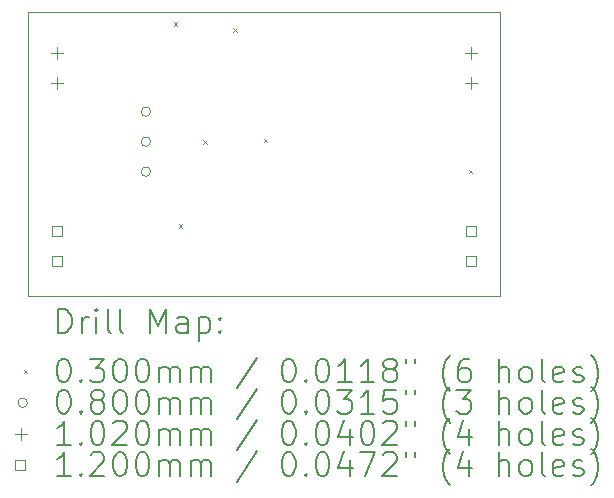
<source format=gbr>
%TF.GenerationSoftware,KiCad,Pcbnew,8.0.7*%
%TF.CreationDate,2025-01-12T01:40:59+08:00*%
%TF.ProjectId,power,706f7765-722e-46b6-9963-61645f706362,rev?*%
%TF.SameCoordinates,Original*%
%TF.FileFunction,Drillmap*%
%TF.FilePolarity,Positive*%
%FSLAX45Y45*%
G04 Gerber Fmt 4.5, Leading zero omitted, Abs format (unit mm)*
G04 Created by KiCad (PCBNEW 8.0.7) date 2025-01-12 01:40:59*
%MOMM*%
%LPD*%
G01*
G04 APERTURE LIST*
%ADD10C,0.050000*%
%ADD11C,0.200000*%
%ADD12C,0.100000*%
%ADD13C,0.102000*%
%ADD14C,0.120000*%
G04 APERTURE END LIST*
D10*
X15000000Y-6150000D02*
X19000000Y-6150000D01*
X19000000Y-8550000D01*
X15000000Y-8550000D01*
X15000000Y-6150000D01*
D11*
D12*
X16235000Y-6235000D02*
X16265000Y-6265000D01*
X16265000Y-6235000D02*
X16235000Y-6265000D01*
X16277426Y-7942574D02*
X16307426Y-7972574D01*
X16307426Y-7942574D02*
X16277426Y-7972574D01*
X16485000Y-7235000D02*
X16515000Y-7265000D01*
X16515000Y-7235000D02*
X16485000Y-7265000D01*
X16738000Y-6285000D02*
X16768000Y-6315000D01*
X16768000Y-6285000D02*
X16738000Y-6315000D01*
X16998750Y-7221250D02*
X17028750Y-7251250D01*
X17028750Y-7221250D02*
X16998750Y-7251250D01*
X18735000Y-7485000D02*
X18765000Y-7515000D01*
X18765000Y-7485000D02*
X18735000Y-7515000D01*
X16040000Y-6992000D02*
G75*
G02*
X15960000Y-6992000I-40000J0D01*
G01*
X15960000Y-6992000D02*
G75*
G02*
X16040000Y-6992000I40000J0D01*
G01*
X16040000Y-7246000D02*
G75*
G02*
X15960000Y-7246000I-40000J0D01*
G01*
X15960000Y-7246000D02*
G75*
G02*
X16040000Y-7246000I40000J0D01*
G01*
X16040000Y-7500000D02*
G75*
G02*
X15960000Y-7500000I-40000J0D01*
G01*
X15960000Y-7500000D02*
G75*
G02*
X16040000Y-7500000I40000J0D01*
G01*
D13*
X15250000Y-6445000D02*
X15250000Y-6547000D01*
X15199000Y-6496000D02*
X15301000Y-6496000D01*
X15250000Y-6699000D02*
X15250000Y-6801000D01*
X15199000Y-6750000D02*
X15301000Y-6750000D01*
X18750000Y-6445000D02*
X18750000Y-6547000D01*
X18699000Y-6496000D02*
X18801000Y-6496000D01*
X18750000Y-6699000D02*
X18750000Y-6801000D01*
X18699000Y-6750000D02*
X18801000Y-6750000D01*
D14*
X15292427Y-8042427D02*
X15292427Y-7957573D01*
X15207573Y-7957573D01*
X15207573Y-8042427D01*
X15292427Y-8042427D01*
X15292427Y-8296427D02*
X15292427Y-8211573D01*
X15207573Y-8211573D01*
X15207573Y-8296427D01*
X15292427Y-8296427D01*
X18792427Y-8042427D02*
X18792427Y-7957573D01*
X18707573Y-7957573D01*
X18707573Y-8042427D01*
X18792427Y-8042427D01*
X18792427Y-8296427D02*
X18792427Y-8211573D01*
X18707573Y-8211573D01*
X18707573Y-8296427D01*
X18792427Y-8296427D01*
D11*
X15258277Y-8863984D02*
X15258277Y-8663984D01*
X15258277Y-8663984D02*
X15305896Y-8663984D01*
X15305896Y-8663984D02*
X15334467Y-8673508D01*
X15334467Y-8673508D02*
X15353515Y-8692555D01*
X15353515Y-8692555D02*
X15363039Y-8711603D01*
X15363039Y-8711603D02*
X15372562Y-8749698D01*
X15372562Y-8749698D02*
X15372562Y-8778270D01*
X15372562Y-8778270D02*
X15363039Y-8816365D01*
X15363039Y-8816365D02*
X15353515Y-8835412D01*
X15353515Y-8835412D02*
X15334467Y-8854460D01*
X15334467Y-8854460D02*
X15305896Y-8863984D01*
X15305896Y-8863984D02*
X15258277Y-8863984D01*
X15458277Y-8863984D02*
X15458277Y-8730650D01*
X15458277Y-8768746D02*
X15467801Y-8749698D01*
X15467801Y-8749698D02*
X15477324Y-8740174D01*
X15477324Y-8740174D02*
X15496372Y-8730650D01*
X15496372Y-8730650D02*
X15515420Y-8730650D01*
X15582086Y-8863984D02*
X15582086Y-8730650D01*
X15582086Y-8663984D02*
X15572562Y-8673508D01*
X15572562Y-8673508D02*
X15582086Y-8683031D01*
X15582086Y-8683031D02*
X15591610Y-8673508D01*
X15591610Y-8673508D02*
X15582086Y-8663984D01*
X15582086Y-8663984D02*
X15582086Y-8683031D01*
X15705896Y-8863984D02*
X15686848Y-8854460D01*
X15686848Y-8854460D02*
X15677324Y-8835412D01*
X15677324Y-8835412D02*
X15677324Y-8663984D01*
X15810658Y-8863984D02*
X15791610Y-8854460D01*
X15791610Y-8854460D02*
X15782086Y-8835412D01*
X15782086Y-8835412D02*
X15782086Y-8663984D01*
X16039229Y-8863984D02*
X16039229Y-8663984D01*
X16039229Y-8663984D02*
X16105896Y-8806841D01*
X16105896Y-8806841D02*
X16172562Y-8663984D01*
X16172562Y-8663984D02*
X16172562Y-8863984D01*
X16353515Y-8863984D02*
X16353515Y-8759222D01*
X16353515Y-8759222D02*
X16343991Y-8740174D01*
X16343991Y-8740174D02*
X16324943Y-8730650D01*
X16324943Y-8730650D02*
X16286848Y-8730650D01*
X16286848Y-8730650D02*
X16267801Y-8740174D01*
X16353515Y-8854460D02*
X16334467Y-8863984D01*
X16334467Y-8863984D02*
X16286848Y-8863984D01*
X16286848Y-8863984D02*
X16267801Y-8854460D01*
X16267801Y-8854460D02*
X16258277Y-8835412D01*
X16258277Y-8835412D02*
X16258277Y-8816365D01*
X16258277Y-8816365D02*
X16267801Y-8797317D01*
X16267801Y-8797317D02*
X16286848Y-8787793D01*
X16286848Y-8787793D02*
X16334467Y-8787793D01*
X16334467Y-8787793D02*
X16353515Y-8778270D01*
X16448753Y-8730650D02*
X16448753Y-8930650D01*
X16448753Y-8740174D02*
X16467801Y-8730650D01*
X16467801Y-8730650D02*
X16505896Y-8730650D01*
X16505896Y-8730650D02*
X16524943Y-8740174D01*
X16524943Y-8740174D02*
X16534467Y-8749698D01*
X16534467Y-8749698D02*
X16543991Y-8768746D01*
X16543991Y-8768746D02*
X16543991Y-8825889D01*
X16543991Y-8825889D02*
X16534467Y-8844936D01*
X16534467Y-8844936D02*
X16524943Y-8854460D01*
X16524943Y-8854460D02*
X16505896Y-8863984D01*
X16505896Y-8863984D02*
X16467801Y-8863984D01*
X16467801Y-8863984D02*
X16448753Y-8854460D01*
X16629705Y-8844936D02*
X16639229Y-8854460D01*
X16639229Y-8854460D02*
X16629705Y-8863984D01*
X16629705Y-8863984D02*
X16620182Y-8854460D01*
X16620182Y-8854460D02*
X16629705Y-8844936D01*
X16629705Y-8844936D02*
X16629705Y-8863984D01*
X16629705Y-8740174D02*
X16639229Y-8749698D01*
X16639229Y-8749698D02*
X16629705Y-8759222D01*
X16629705Y-8759222D02*
X16620182Y-8749698D01*
X16620182Y-8749698D02*
X16629705Y-8740174D01*
X16629705Y-8740174D02*
X16629705Y-8759222D01*
D12*
X14967500Y-9177500D02*
X14997500Y-9207500D01*
X14997500Y-9177500D02*
X14967500Y-9207500D01*
D11*
X15296372Y-9083984D02*
X15315420Y-9083984D01*
X15315420Y-9083984D02*
X15334467Y-9093508D01*
X15334467Y-9093508D02*
X15343991Y-9103031D01*
X15343991Y-9103031D02*
X15353515Y-9122079D01*
X15353515Y-9122079D02*
X15363039Y-9160174D01*
X15363039Y-9160174D02*
X15363039Y-9207793D01*
X15363039Y-9207793D02*
X15353515Y-9245889D01*
X15353515Y-9245889D02*
X15343991Y-9264936D01*
X15343991Y-9264936D02*
X15334467Y-9274460D01*
X15334467Y-9274460D02*
X15315420Y-9283984D01*
X15315420Y-9283984D02*
X15296372Y-9283984D01*
X15296372Y-9283984D02*
X15277324Y-9274460D01*
X15277324Y-9274460D02*
X15267801Y-9264936D01*
X15267801Y-9264936D02*
X15258277Y-9245889D01*
X15258277Y-9245889D02*
X15248753Y-9207793D01*
X15248753Y-9207793D02*
X15248753Y-9160174D01*
X15248753Y-9160174D02*
X15258277Y-9122079D01*
X15258277Y-9122079D02*
X15267801Y-9103031D01*
X15267801Y-9103031D02*
X15277324Y-9093508D01*
X15277324Y-9093508D02*
X15296372Y-9083984D01*
X15448753Y-9264936D02*
X15458277Y-9274460D01*
X15458277Y-9274460D02*
X15448753Y-9283984D01*
X15448753Y-9283984D02*
X15439229Y-9274460D01*
X15439229Y-9274460D02*
X15448753Y-9264936D01*
X15448753Y-9264936D02*
X15448753Y-9283984D01*
X15524943Y-9083984D02*
X15648753Y-9083984D01*
X15648753Y-9083984D02*
X15582086Y-9160174D01*
X15582086Y-9160174D02*
X15610658Y-9160174D01*
X15610658Y-9160174D02*
X15629705Y-9169698D01*
X15629705Y-9169698D02*
X15639229Y-9179222D01*
X15639229Y-9179222D02*
X15648753Y-9198270D01*
X15648753Y-9198270D02*
X15648753Y-9245889D01*
X15648753Y-9245889D02*
X15639229Y-9264936D01*
X15639229Y-9264936D02*
X15629705Y-9274460D01*
X15629705Y-9274460D02*
X15610658Y-9283984D01*
X15610658Y-9283984D02*
X15553515Y-9283984D01*
X15553515Y-9283984D02*
X15534467Y-9274460D01*
X15534467Y-9274460D02*
X15524943Y-9264936D01*
X15772562Y-9083984D02*
X15791610Y-9083984D01*
X15791610Y-9083984D02*
X15810658Y-9093508D01*
X15810658Y-9093508D02*
X15820182Y-9103031D01*
X15820182Y-9103031D02*
X15829705Y-9122079D01*
X15829705Y-9122079D02*
X15839229Y-9160174D01*
X15839229Y-9160174D02*
X15839229Y-9207793D01*
X15839229Y-9207793D02*
X15829705Y-9245889D01*
X15829705Y-9245889D02*
X15820182Y-9264936D01*
X15820182Y-9264936D02*
X15810658Y-9274460D01*
X15810658Y-9274460D02*
X15791610Y-9283984D01*
X15791610Y-9283984D02*
X15772562Y-9283984D01*
X15772562Y-9283984D02*
X15753515Y-9274460D01*
X15753515Y-9274460D02*
X15743991Y-9264936D01*
X15743991Y-9264936D02*
X15734467Y-9245889D01*
X15734467Y-9245889D02*
X15724943Y-9207793D01*
X15724943Y-9207793D02*
X15724943Y-9160174D01*
X15724943Y-9160174D02*
X15734467Y-9122079D01*
X15734467Y-9122079D02*
X15743991Y-9103031D01*
X15743991Y-9103031D02*
X15753515Y-9093508D01*
X15753515Y-9093508D02*
X15772562Y-9083984D01*
X15963039Y-9083984D02*
X15982086Y-9083984D01*
X15982086Y-9083984D02*
X16001134Y-9093508D01*
X16001134Y-9093508D02*
X16010658Y-9103031D01*
X16010658Y-9103031D02*
X16020182Y-9122079D01*
X16020182Y-9122079D02*
X16029705Y-9160174D01*
X16029705Y-9160174D02*
X16029705Y-9207793D01*
X16029705Y-9207793D02*
X16020182Y-9245889D01*
X16020182Y-9245889D02*
X16010658Y-9264936D01*
X16010658Y-9264936D02*
X16001134Y-9274460D01*
X16001134Y-9274460D02*
X15982086Y-9283984D01*
X15982086Y-9283984D02*
X15963039Y-9283984D01*
X15963039Y-9283984D02*
X15943991Y-9274460D01*
X15943991Y-9274460D02*
X15934467Y-9264936D01*
X15934467Y-9264936D02*
X15924943Y-9245889D01*
X15924943Y-9245889D02*
X15915420Y-9207793D01*
X15915420Y-9207793D02*
X15915420Y-9160174D01*
X15915420Y-9160174D02*
X15924943Y-9122079D01*
X15924943Y-9122079D02*
X15934467Y-9103031D01*
X15934467Y-9103031D02*
X15943991Y-9093508D01*
X15943991Y-9093508D02*
X15963039Y-9083984D01*
X16115420Y-9283984D02*
X16115420Y-9150650D01*
X16115420Y-9169698D02*
X16124943Y-9160174D01*
X16124943Y-9160174D02*
X16143991Y-9150650D01*
X16143991Y-9150650D02*
X16172563Y-9150650D01*
X16172563Y-9150650D02*
X16191610Y-9160174D01*
X16191610Y-9160174D02*
X16201134Y-9179222D01*
X16201134Y-9179222D02*
X16201134Y-9283984D01*
X16201134Y-9179222D02*
X16210658Y-9160174D01*
X16210658Y-9160174D02*
X16229705Y-9150650D01*
X16229705Y-9150650D02*
X16258277Y-9150650D01*
X16258277Y-9150650D02*
X16277324Y-9160174D01*
X16277324Y-9160174D02*
X16286848Y-9179222D01*
X16286848Y-9179222D02*
X16286848Y-9283984D01*
X16382086Y-9283984D02*
X16382086Y-9150650D01*
X16382086Y-9169698D02*
X16391610Y-9160174D01*
X16391610Y-9160174D02*
X16410658Y-9150650D01*
X16410658Y-9150650D02*
X16439229Y-9150650D01*
X16439229Y-9150650D02*
X16458277Y-9160174D01*
X16458277Y-9160174D02*
X16467801Y-9179222D01*
X16467801Y-9179222D02*
X16467801Y-9283984D01*
X16467801Y-9179222D02*
X16477324Y-9160174D01*
X16477324Y-9160174D02*
X16496372Y-9150650D01*
X16496372Y-9150650D02*
X16524943Y-9150650D01*
X16524943Y-9150650D02*
X16543991Y-9160174D01*
X16543991Y-9160174D02*
X16553515Y-9179222D01*
X16553515Y-9179222D02*
X16553515Y-9283984D01*
X16943991Y-9074460D02*
X16772563Y-9331603D01*
X17201134Y-9083984D02*
X17220182Y-9083984D01*
X17220182Y-9083984D02*
X17239229Y-9093508D01*
X17239229Y-9093508D02*
X17248753Y-9103031D01*
X17248753Y-9103031D02*
X17258277Y-9122079D01*
X17258277Y-9122079D02*
X17267801Y-9160174D01*
X17267801Y-9160174D02*
X17267801Y-9207793D01*
X17267801Y-9207793D02*
X17258277Y-9245889D01*
X17258277Y-9245889D02*
X17248753Y-9264936D01*
X17248753Y-9264936D02*
X17239229Y-9274460D01*
X17239229Y-9274460D02*
X17220182Y-9283984D01*
X17220182Y-9283984D02*
X17201134Y-9283984D01*
X17201134Y-9283984D02*
X17182087Y-9274460D01*
X17182087Y-9274460D02*
X17172563Y-9264936D01*
X17172563Y-9264936D02*
X17163039Y-9245889D01*
X17163039Y-9245889D02*
X17153515Y-9207793D01*
X17153515Y-9207793D02*
X17153515Y-9160174D01*
X17153515Y-9160174D02*
X17163039Y-9122079D01*
X17163039Y-9122079D02*
X17172563Y-9103031D01*
X17172563Y-9103031D02*
X17182087Y-9093508D01*
X17182087Y-9093508D02*
X17201134Y-9083984D01*
X17353515Y-9264936D02*
X17363039Y-9274460D01*
X17363039Y-9274460D02*
X17353515Y-9283984D01*
X17353515Y-9283984D02*
X17343991Y-9274460D01*
X17343991Y-9274460D02*
X17353515Y-9264936D01*
X17353515Y-9264936D02*
X17353515Y-9283984D01*
X17486848Y-9083984D02*
X17505896Y-9083984D01*
X17505896Y-9083984D02*
X17524944Y-9093508D01*
X17524944Y-9093508D02*
X17534468Y-9103031D01*
X17534468Y-9103031D02*
X17543991Y-9122079D01*
X17543991Y-9122079D02*
X17553515Y-9160174D01*
X17553515Y-9160174D02*
X17553515Y-9207793D01*
X17553515Y-9207793D02*
X17543991Y-9245889D01*
X17543991Y-9245889D02*
X17534468Y-9264936D01*
X17534468Y-9264936D02*
X17524944Y-9274460D01*
X17524944Y-9274460D02*
X17505896Y-9283984D01*
X17505896Y-9283984D02*
X17486848Y-9283984D01*
X17486848Y-9283984D02*
X17467801Y-9274460D01*
X17467801Y-9274460D02*
X17458277Y-9264936D01*
X17458277Y-9264936D02*
X17448753Y-9245889D01*
X17448753Y-9245889D02*
X17439229Y-9207793D01*
X17439229Y-9207793D02*
X17439229Y-9160174D01*
X17439229Y-9160174D02*
X17448753Y-9122079D01*
X17448753Y-9122079D02*
X17458277Y-9103031D01*
X17458277Y-9103031D02*
X17467801Y-9093508D01*
X17467801Y-9093508D02*
X17486848Y-9083984D01*
X17743991Y-9283984D02*
X17629706Y-9283984D01*
X17686848Y-9283984D02*
X17686848Y-9083984D01*
X17686848Y-9083984D02*
X17667801Y-9112555D01*
X17667801Y-9112555D02*
X17648753Y-9131603D01*
X17648753Y-9131603D02*
X17629706Y-9141127D01*
X17934468Y-9283984D02*
X17820182Y-9283984D01*
X17877325Y-9283984D02*
X17877325Y-9083984D01*
X17877325Y-9083984D02*
X17858277Y-9112555D01*
X17858277Y-9112555D02*
X17839229Y-9131603D01*
X17839229Y-9131603D02*
X17820182Y-9141127D01*
X18048753Y-9169698D02*
X18029706Y-9160174D01*
X18029706Y-9160174D02*
X18020182Y-9150650D01*
X18020182Y-9150650D02*
X18010658Y-9131603D01*
X18010658Y-9131603D02*
X18010658Y-9122079D01*
X18010658Y-9122079D02*
X18020182Y-9103031D01*
X18020182Y-9103031D02*
X18029706Y-9093508D01*
X18029706Y-9093508D02*
X18048753Y-9083984D01*
X18048753Y-9083984D02*
X18086849Y-9083984D01*
X18086849Y-9083984D02*
X18105896Y-9093508D01*
X18105896Y-9093508D02*
X18115420Y-9103031D01*
X18115420Y-9103031D02*
X18124944Y-9122079D01*
X18124944Y-9122079D02*
X18124944Y-9131603D01*
X18124944Y-9131603D02*
X18115420Y-9150650D01*
X18115420Y-9150650D02*
X18105896Y-9160174D01*
X18105896Y-9160174D02*
X18086849Y-9169698D01*
X18086849Y-9169698D02*
X18048753Y-9169698D01*
X18048753Y-9169698D02*
X18029706Y-9179222D01*
X18029706Y-9179222D02*
X18020182Y-9188746D01*
X18020182Y-9188746D02*
X18010658Y-9207793D01*
X18010658Y-9207793D02*
X18010658Y-9245889D01*
X18010658Y-9245889D02*
X18020182Y-9264936D01*
X18020182Y-9264936D02*
X18029706Y-9274460D01*
X18029706Y-9274460D02*
X18048753Y-9283984D01*
X18048753Y-9283984D02*
X18086849Y-9283984D01*
X18086849Y-9283984D02*
X18105896Y-9274460D01*
X18105896Y-9274460D02*
X18115420Y-9264936D01*
X18115420Y-9264936D02*
X18124944Y-9245889D01*
X18124944Y-9245889D02*
X18124944Y-9207793D01*
X18124944Y-9207793D02*
X18115420Y-9188746D01*
X18115420Y-9188746D02*
X18105896Y-9179222D01*
X18105896Y-9179222D02*
X18086849Y-9169698D01*
X18201134Y-9083984D02*
X18201134Y-9122079D01*
X18277325Y-9083984D02*
X18277325Y-9122079D01*
X18572563Y-9360174D02*
X18563039Y-9350650D01*
X18563039Y-9350650D02*
X18543991Y-9322079D01*
X18543991Y-9322079D02*
X18534468Y-9303031D01*
X18534468Y-9303031D02*
X18524944Y-9274460D01*
X18524944Y-9274460D02*
X18515420Y-9226841D01*
X18515420Y-9226841D02*
X18515420Y-9188746D01*
X18515420Y-9188746D02*
X18524944Y-9141127D01*
X18524944Y-9141127D02*
X18534468Y-9112555D01*
X18534468Y-9112555D02*
X18543991Y-9093508D01*
X18543991Y-9093508D02*
X18563039Y-9064936D01*
X18563039Y-9064936D02*
X18572563Y-9055412D01*
X18734468Y-9083984D02*
X18696372Y-9083984D01*
X18696372Y-9083984D02*
X18677325Y-9093508D01*
X18677325Y-9093508D02*
X18667801Y-9103031D01*
X18667801Y-9103031D02*
X18648753Y-9131603D01*
X18648753Y-9131603D02*
X18639230Y-9169698D01*
X18639230Y-9169698D02*
X18639230Y-9245889D01*
X18639230Y-9245889D02*
X18648753Y-9264936D01*
X18648753Y-9264936D02*
X18658277Y-9274460D01*
X18658277Y-9274460D02*
X18677325Y-9283984D01*
X18677325Y-9283984D02*
X18715420Y-9283984D01*
X18715420Y-9283984D02*
X18734468Y-9274460D01*
X18734468Y-9274460D02*
X18743991Y-9264936D01*
X18743991Y-9264936D02*
X18753515Y-9245889D01*
X18753515Y-9245889D02*
X18753515Y-9198270D01*
X18753515Y-9198270D02*
X18743991Y-9179222D01*
X18743991Y-9179222D02*
X18734468Y-9169698D01*
X18734468Y-9169698D02*
X18715420Y-9160174D01*
X18715420Y-9160174D02*
X18677325Y-9160174D01*
X18677325Y-9160174D02*
X18658277Y-9169698D01*
X18658277Y-9169698D02*
X18648753Y-9179222D01*
X18648753Y-9179222D02*
X18639230Y-9198270D01*
X18991611Y-9283984D02*
X18991611Y-9083984D01*
X19077325Y-9283984D02*
X19077325Y-9179222D01*
X19077325Y-9179222D02*
X19067801Y-9160174D01*
X19067801Y-9160174D02*
X19048753Y-9150650D01*
X19048753Y-9150650D02*
X19020182Y-9150650D01*
X19020182Y-9150650D02*
X19001134Y-9160174D01*
X19001134Y-9160174D02*
X18991611Y-9169698D01*
X19201134Y-9283984D02*
X19182087Y-9274460D01*
X19182087Y-9274460D02*
X19172563Y-9264936D01*
X19172563Y-9264936D02*
X19163039Y-9245889D01*
X19163039Y-9245889D02*
X19163039Y-9188746D01*
X19163039Y-9188746D02*
X19172563Y-9169698D01*
X19172563Y-9169698D02*
X19182087Y-9160174D01*
X19182087Y-9160174D02*
X19201134Y-9150650D01*
X19201134Y-9150650D02*
X19229706Y-9150650D01*
X19229706Y-9150650D02*
X19248753Y-9160174D01*
X19248753Y-9160174D02*
X19258277Y-9169698D01*
X19258277Y-9169698D02*
X19267801Y-9188746D01*
X19267801Y-9188746D02*
X19267801Y-9245889D01*
X19267801Y-9245889D02*
X19258277Y-9264936D01*
X19258277Y-9264936D02*
X19248753Y-9274460D01*
X19248753Y-9274460D02*
X19229706Y-9283984D01*
X19229706Y-9283984D02*
X19201134Y-9283984D01*
X19382087Y-9283984D02*
X19363039Y-9274460D01*
X19363039Y-9274460D02*
X19353515Y-9255412D01*
X19353515Y-9255412D02*
X19353515Y-9083984D01*
X19534468Y-9274460D02*
X19515420Y-9283984D01*
X19515420Y-9283984D02*
X19477325Y-9283984D01*
X19477325Y-9283984D02*
X19458277Y-9274460D01*
X19458277Y-9274460D02*
X19448753Y-9255412D01*
X19448753Y-9255412D02*
X19448753Y-9179222D01*
X19448753Y-9179222D02*
X19458277Y-9160174D01*
X19458277Y-9160174D02*
X19477325Y-9150650D01*
X19477325Y-9150650D02*
X19515420Y-9150650D01*
X19515420Y-9150650D02*
X19534468Y-9160174D01*
X19534468Y-9160174D02*
X19543992Y-9179222D01*
X19543992Y-9179222D02*
X19543992Y-9198270D01*
X19543992Y-9198270D02*
X19448753Y-9217317D01*
X19620182Y-9274460D02*
X19639230Y-9283984D01*
X19639230Y-9283984D02*
X19677325Y-9283984D01*
X19677325Y-9283984D02*
X19696373Y-9274460D01*
X19696373Y-9274460D02*
X19705896Y-9255412D01*
X19705896Y-9255412D02*
X19705896Y-9245889D01*
X19705896Y-9245889D02*
X19696373Y-9226841D01*
X19696373Y-9226841D02*
X19677325Y-9217317D01*
X19677325Y-9217317D02*
X19648753Y-9217317D01*
X19648753Y-9217317D02*
X19629706Y-9207793D01*
X19629706Y-9207793D02*
X19620182Y-9188746D01*
X19620182Y-9188746D02*
X19620182Y-9179222D01*
X19620182Y-9179222D02*
X19629706Y-9160174D01*
X19629706Y-9160174D02*
X19648753Y-9150650D01*
X19648753Y-9150650D02*
X19677325Y-9150650D01*
X19677325Y-9150650D02*
X19696373Y-9160174D01*
X19772563Y-9360174D02*
X19782087Y-9350650D01*
X19782087Y-9350650D02*
X19801134Y-9322079D01*
X19801134Y-9322079D02*
X19810658Y-9303031D01*
X19810658Y-9303031D02*
X19820182Y-9274460D01*
X19820182Y-9274460D02*
X19829706Y-9226841D01*
X19829706Y-9226841D02*
X19829706Y-9188746D01*
X19829706Y-9188746D02*
X19820182Y-9141127D01*
X19820182Y-9141127D02*
X19810658Y-9112555D01*
X19810658Y-9112555D02*
X19801134Y-9093508D01*
X19801134Y-9093508D02*
X19782087Y-9064936D01*
X19782087Y-9064936D02*
X19772563Y-9055412D01*
D12*
X14997500Y-9456500D02*
G75*
G02*
X14917500Y-9456500I-40000J0D01*
G01*
X14917500Y-9456500D02*
G75*
G02*
X14997500Y-9456500I40000J0D01*
G01*
D11*
X15296372Y-9347984D02*
X15315420Y-9347984D01*
X15315420Y-9347984D02*
X15334467Y-9357508D01*
X15334467Y-9357508D02*
X15343991Y-9367031D01*
X15343991Y-9367031D02*
X15353515Y-9386079D01*
X15353515Y-9386079D02*
X15363039Y-9424174D01*
X15363039Y-9424174D02*
X15363039Y-9471793D01*
X15363039Y-9471793D02*
X15353515Y-9509889D01*
X15353515Y-9509889D02*
X15343991Y-9528936D01*
X15343991Y-9528936D02*
X15334467Y-9538460D01*
X15334467Y-9538460D02*
X15315420Y-9547984D01*
X15315420Y-9547984D02*
X15296372Y-9547984D01*
X15296372Y-9547984D02*
X15277324Y-9538460D01*
X15277324Y-9538460D02*
X15267801Y-9528936D01*
X15267801Y-9528936D02*
X15258277Y-9509889D01*
X15258277Y-9509889D02*
X15248753Y-9471793D01*
X15248753Y-9471793D02*
X15248753Y-9424174D01*
X15248753Y-9424174D02*
X15258277Y-9386079D01*
X15258277Y-9386079D02*
X15267801Y-9367031D01*
X15267801Y-9367031D02*
X15277324Y-9357508D01*
X15277324Y-9357508D02*
X15296372Y-9347984D01*
X15448753Y-9528936D02*
X15458277Y-9538460D01*
X15458277Y-9538460D02*
X15448753Y-9547984D01*
X15448753Y-9547984D02*
X15439229Y-9538460D01*
X15439229Y-9538460D02*
X15448753Y-9528936D01*
X15448753Y-9528936D02*
X15448753Y-9547984D01*
X15572562Y-9433698D02*
X15553515Y-9424174D01*
X15553515Y-9424174D02*
X15543991Y-9414650D01*
X15543991Y-9414650D02*
X15534467Y-9395603D01*
X15534467Y-9395603D02*
X15534467Y-9386079D01*
X15534467Y-9386079D02*
X15543991Y-9367031D01*
X15543991Y-9367031D02*
X15553515Y-9357508D01*
X15553515Y-9357508D02*
X15572562Y-9347984D01*
X15572562Y-9347984D02*
X15610658Y-9347984D01*
X15610658Y-9347984D02*
X15629705Y-9357508D01*
X15629705Y-9357508D02*
X15639229Y-9367031D01*
X15639229Y-9367031D02*
X15648753Y-9386079D01*
X15648753Y-9386079D02*
X15648753Y-9395603D01*
X15648753Y-9395603D02*
X15639229Y-9414650D01*
X15639229Y-9414650D02*
X15629705Y-9424174D01*
X15629705Y-9424174D02*
X15610658Y-9433698D01*
X15610658Y-9433698D02*
X15572562Y-9433698D01*
X15572562Y-9433698D02*
X15553515Y-9443222D01*
X15553515Y-9443222D02*
X15543991Y-9452746D01*
X15543991Y-9452746D02*
X15534467Y-9471793D01*
X15534467Y-9471793D02*
X15534467Y-9509889D01*
X15534467Y-9509889D02*
X15543991Y-9528936D01*
X15543991Y-9528936D02*
X15553515Y-9538460D01*
X15553515Y-9538460D02*
X15572562Y-9547984D01*
X15572562Y-9547984D02*
X15610658Y-9547984D01*
X15610658Y-9547984D02*
X15629705Y-9538460D01*
X15629705Y-9538460D02*
X15639229Y-9528936D01*
X15639229Y-9528936D02*
X15648753Y-9509889D01*
X15648753Y-9509889D02*
X15648753Y-9471793D01*
X15648753Y-9471793D02*
X15639229Y-9452746D01*
X15639229Y-9452746D02*
X15629705Y-9443222D01*
X15629705Y-9443222D02*
X15610658Y-9433698D01*
X15772562Y-9347984D02*
X15791610Y-9347984D01*
X15791610Y-9347984D02*
X15810658Y-9357508D01*
X15810658Y-9357508D02*
X15820182Y-9367031D01*
X15820182Y-9367031D02*
X15829705Y-9386079D01*
X15829705Y-9386079D02*
X15839229Y-9424174D01*
X15839229Y-9424174D02*
X15839229Y-9471793D01*
X15839229Y-9471793D02*
X15829705Y-9509889D01*
X15829705Y-9509889D02*
X15820182Y-9528936D01*
X15820182Y-9528936D02*
X15810658Y-9538460D01*
X15810658Y-9538460D02*
X15791610Y-9547984D01*
X15791610Y-9547984D02*
X15772562Y-9547984D01*
X15772562Y-9547984D02*
X15753515Y-9538460D01*
X15753515Y-9538460D02*
X15743991Y-9528936D01*
X15743991Y-9528936D02*
X15734467Y-9509889D01*
X15734467Y-9509889D02*
X15724943Y-9471793D01*
X15724943Y-9471793D02*
X15724943Y-9424174D01*
X15724943Y-9424174D02*
X15734467Y-9386079D01*
X15734467Y-9386079D02*
X15743991Y-9367031D01*
X15743991Y-9367031D02*
X15753515Y-9357508D01*
X15753515Y-9357508D02*
X15772562Y-9347984D01*
X15963039Y-9347984D02*
X15982086Y-9347984D01*
X15982086Y-9347984D02*
X16001134Y-9357508D01*
X16001134Y-9357508D02*
X16010658Y-9367031D01*
X16010658Y-9367031D02*
X16020182Y-9386079D01*
X16020182Y-9386079D02*
X16029705Y-9424174D01*
X16029705Y-9424174D02*
X16029705Y-9471793D01*
X16029705Y-9471793D02*
X16020182Y-9509889D01*
X16020182Y-9509889D02*
X16010658Y-9528936D01*
X16010658Y-9528936D02*
X16001134Y-9538460D01*
X16001134Y-9538460D02*
X15982086Y-9547984D01*
X15982086Y-9547984D02*
X15963039Y-9547984D01*
X15963039Y-9547984D02*
X15943991Y-9538460D01*
X15943991Y-9538460D02*
X15934467Y-9528936D01*
X15934467Y-9528936D02*
X15924943Y-9509889D01*
X15924943Y-9509889D02*
X15915420Y-9471793D01*
X15915420Y-9471793D02*
X15915420Y-9424174D01*
X15915420Y-9424174D02*
X15924943Y-9386079D01*
X15924943Y-9386079D02*
X15934467Y-9367031D01*
X15934467Y-9367031D02*
X15943991Y-9357508D01*
X15943991Y-9357508D02*
X15963039Y-9347984D01*
X16115420Y-9547984D02*
X16115420Y-9414650D01*
X16115420Y-9433698D02*
X16124943Y-9424174D01*
X16124943Y-9424174D02*
X16143991Y-9414650D01*
X16143991Y-9414650D02*
X16172563Y-9414650D01*
X16172563Y-9414650D02*
X16191610Y-9424174D01*
X16191610Y-9424174D02*
X16201134Y-9443222D01*
X16201134Y-9443222D02*
X16201134Y-9547984D01*
X16201134Y-9443222D02*
X16210658Y-9424174D01*
X16210658Y-9424174D02*
X16229705Y-9414650D01*
X16229705Y-9414650D02*
X16258277Y-9414650D01*
X16258277Y-9414650D02*
X16277324Y-9424174D01*
X16277324Y-9424174D02*
X16286848Y-9443222D01*
X16286848Y-9443222D02*
X16286848Y-9547984D01*
X16382086Y-9547984D02*
X16382086Y-9414650D01*
X16382086Y-9433698D02*
X16391610Y-9424174D01*
X16391610Y-9424174D02*
X16410658Y-9414650D01*
X16410658Y-9414650D02*
X16439229Y-9414650D01*
X16439229Y-9414650D02*
X16458277Y-9424174D01*
X16458277Y-9424174D02*
X16467801Y-9443222D01*
X16467801Y-9443222D02*
X16467801Y-9547984D01*
X16467801Y-9443222D02*
X16477324Y-9424174D01*
X16477324Y-9424174D02*
X16496372Y-9414650D01*
X16496372Y-9414650D02*
X16524943Y-9414650D01*
X16524943Y-9414650D02*
X16543991Y-9424174D01*
X16543991Y-9424174D02*
X16553515Y-9443222D01*
X16553515Y-9443222D02*
X16553515Y-9547984D01*
X16943991Y-9338460D02*
X16772563Y-9595603D01*
X17201134Y-9347984D02*
X17220182Y-9347984D01*
X17220182Y-9347984D02*
X17239229Y-9357508D01*
X17239229Y-9357508D02*
X17248753Y-9367031D01*
X17248753Y-9367031D02*
X17258277Y-9386079D01*
X17258277Y-9386079D02*
X17267801Y-9424174D01*
X17267801Y-9424174D02*
X17267801Y-9471793D01*
X17267801Y-9471793D02*
X17258277Y-9509889D01*
X17258277Y-9509889D02*
X17248753Y-9528936D01*
X17248753Y-9528936D02*
X17239229Y-9538460D01*
X17239229Y-9538460D02*
X17220182Y-9547984D01*
X17220182Y-9547984D02*
X17201134Y-9547984D01*
X17201134Y-9547984D02*
X17182087Y-9538460D01*
X17182087Y-9538460D02*
X17172563Y-9528936D01*
X17172563Y-9528936D02*
X17163039Y-9509889D01*
X17163039Y-9509889D02*
X17153515Y-9471793D01*
X17153515Y-9471793D02*
X17153515Y-9424174D01*
X17153515Y-9424174D02*
X17163039Y-9386079D01*
X17163039Y-9386079D02*
X17172563Y-9367031D01*
X17172563Y-9367031D02*
X17182087Y-9357508D01*
X17182087Y-9357508D02*
X17201134Y-9347984D01*
X17353515Y-9528936D02*
X17363039Y-9538460D01*
X17363039Y-9538460D02*
X17353515Y-9547984D01*
X17353515Y-9547984D02*
X17343991Y-9538460D01*
X17343991Y-9538460D02*
X17353515Y-9528936D01*
X17353515Y-9528936D02*
X17353515Y-9547984D01*
X17486848Y-9347984D02*
X17505896Y-9347984D01*
X17505896Y-9347984D02*
X17524944Y-9357508D01*
X17524944Y-9357508D02*
X17534468Y-9367031D01*
X17534468Y-9367031D02*
X17543991Y-9386079D01*
X17543991Y-9386079D02*
X17553515Y-9424174D01*
X17553515Y-9424174D02*
X17553515Y-9471793D01*
X17553515Y-9471793D02*
X17543991Y-9509889D01*
X17543991Y-9509889D02*
X17534468Y-9528936D01*
X17534468Y-9528936D02*
X17524944Y-9538460D01*
X17524944Y-9538460D02*
X17505896Y-9547984D01*
X17505896Y-9547984D02*
X17486848Y-9547984D01*
X17486848Y-9547984D02*
X17467801Y-9538460D01*
X17467801Y-9538460D02*
X17458277Y-9528936D01*
X17458277Y-9528936D02*
X17448753Y-9509889D01*
X17448753Y-9509889D02*
X17439229Y-9471793D01*
X17439229Y-9471793D02*
X17439229Y-9424174D01*
X17439229Y-9424174D02*
X17448753Y-9386079D01*
X17448753Y-9386079D02*
X17458277Y-9367031D01*
X17458277Y-9367031D02*
X17467801Y-9357508D01*
X17467801Y-9357508D02*
X17486848Y-9347984D01*
X17620182Y-9347984D02*
X17743991Y-9347984D01*
X17743991Y-9347984D02*
X17677325Y-9424174D01*
X17677325Y-9424174D02*
X17705896Y-9424174D01*
X17705896Y-9424174D02*
X17724944Y-9433698D01*
X17724944Y-9433698D02*
X17734468Y-9443222D01*
X17734468Y-9443222D02*
X17743991Y-9462270D01*
X17743991Y-9462270D02*
X17743991Y-9509889D01*
X17743991Y-9509889D02*
X17734468Y-9528936D01*
X17734468Y-9528936D02*
X17724944Y-9538460D01*
X17724944Y-9538460D02*
X17705896Y-9547984D01*
X17705896Y-9547984D02*
X17648753Y-9547984D01*
X17648753Y-9547984D02*
X17629706Y-9538460D01*
X17629706Y-9538460D02*
X17620182Y-9528936D01*
X17934468Y-9547984D02*
X17820182Y-9547984D01*
X17877325Y-9547984D02*
X17877325Y-9347984D01*
X17877325Y-9347984D02*
X17858277Y-9376555D01*
X17858277Y-9376555D02*
X17839229Y-9395603D01*
X17839229Y-9395603D02*
X17820182Y-9405127D01*
X18115420Y-9347984D02*
X18020182Y-9347984D01*
X18020182Y-9347984D02*
X18010658Y-9443222D01*
X18010658Y-9443222D02*
X18020182Y-9433698D01*
X18020182Y-9433698D02*
X18039229Y-9424174D01*
X18039229Y-9424174D02*
X18086849Y-9424174D01*
X18086849Y-9424174D02*
X18105896Y-9433698D01*
X18105896Y-9433698D02*
X18115420Y-9443222D01*
X18115420Y-9443222D02*
X18124944Y-9462270D01*
X18124944Y-9462270D02*
X18124944Y-9509889D01*
X18124944Y-9509889D02*
X18115420Y-9528936D01*
X18115420Y-9528936D02*
X18105896Y-9538460D01*
X18105896Y-9538460D02*
X18086849Y-9547984D01*
X18086849Y-9547984D02*
X18039229Y-9547984D01*
X18039229Y-9547984D02*
X18020182Y-9538460D01*
X18020182Y-9538460D02*
X18010658Y-9528936D01*
X18201134Y-9347984D02*
X18201134Y-9386079D01*
X18277325Y-9347984D02*
X18277325Y-9386079D01*
X18572563Y-9624174D02*
X18563039Y-9614650D01*
X18563039Y-9614650D02*
X18543991Y-9586079D01*
X18543991Y-9586079D02*
X18534468Y-9567031D01*
X18534468Y-9567031D02*
X18524944Y-9538460D01*
X18524944Y-9538460D02*
X18515420Y-9490841D01*
X18515420Y-9490841D02*
X18515420Y-9452746D01*
X18515420Y-9452746D02*
X18524944Y-9405127D01*
X18524944Y-9405127D02*
X18534468Y-9376555D01*
X18534468Y-9376555D02*
X18543991Y-9357508D01*
X18543991Y-9357508D02*
X18563039Y-9328936D01*
X18563039Y-9328936D02*
X18572563Y-9319412D01*
X18629706Y-9347984D02*
X18753515Y-9347984D01*
X18753515Y-9347984D02*
X18686849Y-9424174D01*
X18686849Y-9424174D02*
X18715420Y-9424174D01*
X18715420Y-9424174D02*
X18734468Y-9433698D01*
X18734468Y-9433698D02*
X18743991Y-9443222D01*
X18743991Y-9443222D02*
X18753515Y-9462270D01*
X18753515Y-9462270D02*
X18753515Y-9509889D01*
X18753515Y-9509889D02*
X18743991Y-9528936D01*
X18743991Y-9528936D02*
X18734468Y-9538460D01*
X18734468Y-9538460D02*
X18715420Y-9547984D01*
X18715420Y-9547984D02*
X18658277Y-9547984D01*
X18658277Y-9547984D02*
X18639230Y-9538460D01*
X18639230Y-9538460D02*
X18629706Y-9528936D01*
X18991611Y-9547984D02*
X18991611Y-9347984D01*
X19077325Y-9547984D02*
X19077325Y-9443222D01*
X19077325Y-9443222D02*
X19067801Y-9424174D01*
X19067801Y-9424174D02*
X19048753Y-9414650D01*
X19048753Y-9414650D02*
X19020182Y-9414650D01*
X19020182Y-9414650D02*
X19001134Y-9424174D01*
X19001134Y-9424174D02*
X18991611Y-9433698D01*
X19201134Y-9547984D02*
X19182087Y-9538460D01*
X19182087Y-9538460D02*
X19172563Y-9528936D01*
X19172563Y-9528936D02*
X19163039Y-9509889D01*
X19163039Y-9509889D02*
X19163039Y-9452746D01*
X19163039Y-9452746D02*
X19172563Y-9433698D01*
X19172563Y-9433698D02*
X19182087Y-9424174D01*
X19182087Y-9424174D02*
X19201134Y-9414650D01*
X19201134Y-9414650D02*
X19229706Y-9414650D01*
X19229706Y-9414650D02*
X19248753Y-9424174D01*
X19248753Y-9424174D02*
X19258277Y-9433698D01*
X19258277Y-9433698D02*
X19267801Y-9452746D01*
X19267801Y-9452746D02*
X19267801Y-9509889D01*
X19267801Y-9509889D02*
X19258277Y-9528936D01*
X19258277Y-9528936D02*
X19248753Y-9538460D01*
X19248753Y-9538460D02*
X19229706Y-9547984D01*
X19229706Y-9547984D02*
X19201134Y-9547984D01*
X19382087Y-9547984D02*
X19363039Y-9538460D01*
X19363039Y-9538460D02*
X19353515Y-9519412D01*
X19353515Y-9519412D02*
X19353515Y-9347984D01*
X19534468Y-9538460D02*
X19515420Y-9547984D01*
X19515420Y-9547984D02*
X19477325Y-9547984D01*
X19477325Y-9547984D02*
X19458277Y-9538460D01*
X19458277Y-9538460D02*
X19448753Y-9519412D01*
X19448753Y-9519412D02*
X19448753Y-9443222D01*
X19448753Y-9443222D02*
X19458277Y-9424174D01*
X19458277Y-9424174D02*
X19477325Y-9414650D01*
X19477325Y-9414650D02*
X19515420Y-9414650D01*
X19515420Y-9414650D02*
X19534468Y-9424174D01*
X19534468Y-9424174D02*
X19543992Y-9443222D01*
X19543992Y-9443222D02*
X19543992Y-9462270D01*
X19543992Y-9462270D02*
X19448753Y-9481317D01*
X19620182Y-9538460D02*
X19639230Y-9547984D01*
X19639230Y-9547984D02*
X19677325Y-9547984D01*
X19677325Y-9547984D02*
X19696373Y-9538460D01*
X19696373Y-9538460D02*
X19705896Y-9519412D01*
X19705896Y-9519412D02*
X19705896Y-9509889D01*
X19705896Y-9509889D02*
X19696373Y-9490841D01*
X19696373Y-9490841D02*
X19677325Y-9481317D01*
X19677325Y-9481317D02*
X19648753Y-9481317D01*
X19648753Y-9481317D02*
X19629706Y-9471793D01*
X19629706Y-9471793D02*
X19620182Y-9452746D01*
X19620182Y-9452746D02*
X19620182Y-9443222D01*
X19620182Y-9443222D02*
X19629706Y-9424174D01*
X19629706Y-9424174D02*
X19648753Y-9414650D01*
X19648753Y-9414650D02*
X19677325Y-9414650D01*
X19677325Y-9414650D02*
X19696373Y-9424174D01*
X19772563Y-9624174D02*
X19782087Y-9614650D01*
X19782087Y-9614650D02*
X19801134Y-9586079D01*
X19801134Y-9586079D02*
X19810658Y-9567031D01*
X19810658Y-9567031D02*
X19820182Y-9538460D01*
X19820182Y-9538460D02*
X19829706Y-9490841D01*
X19829706Y-9490841D02*
X19829706Y-9452746D01*
X19829706Y-9452746D02*
X19820182Y-9405127D01*
X19820182Y-9405127D02*
X19810658Y-9376555D01*
X19810658Y-9376555D02*
X19801134Y-9357508D01*
X19801134Y-9357508D02*
X19782087Y-9328936D01*
X19782087Y-9328936D02*
X19772563Y-9319412D01*
D13*
X14946500Y-9669500D02*
X14946500Y-9771500D01*
X14895500Y-9720500D02*
X14997500Y-9720500D01*
D11*
X15363039Y-9811984D02*
X15248753Y-9811984D01*
X15305896Y-9811984D02*
X15305896Y-9611984D01*
X15305896Y-9611984D02*
X15286848Y-9640555D01*
X15286848Y-9640555D02*
X15267801Y-9659603D01*
X15267801Y-9659603D02*
X15248753Y-9669127D01*
X15448753Y-9792936D02*
X15458277Y-9802460D01*
X15458277Y-9802460D02*
X15448753Y-9811984D01*
X15448753Y-9811984D02*
X15439229Y-9802460D01*
X15439229Y-9802460D02*
X15448753Y-9792936D01*
X15448753Y-9792936D02*
X15448753Y-9811984D01*
X15582086Y-9611984D02*
X15601134Y-9611984D01*
X15601134Y-9611984D02*
X15620182Y-9621508D01*
X15620182Y-9621508D02*
X15629705Y-9631031D01*
X15629705Y-9631031D02*
X15639229Y-9650079D01*
X15639229Y-9650079D02*
X15648753Y-9688174D01*
X15648753Y-9688174D02*
X15648753Y-9735793D01*
X15648753Y-9735793D02*
X15639229Y-9773889D01*
X15639229Y-9773889D02*
X15629705Y-9792936D01*
X15629705Y-9792936D02*
X15620182Y-9802460D01*
X15620182Y-9802460D02*
X15601134Y-9811984D01*
X15601134Y-9811984D02*
X15582086Y-9811984D01*
X15582086Y-9811984D02*
X15563039Y-9802460D01*
X15563039Y-9802460D02*
X15553515Y-9792936D01*
X15553515Y-9792936D02*
X15543991Y-9773889D01*
X15543991Y-9773889D02*
X15534467Y-9735793D01*
X15534467Y-9735793D02*
X15534467Y-9688174D01*
X15534467Y-9688174D02*
X15543991Y-9650079D01*
X15543991Y-9650079D02*
X15553515Y-9631031D01*
X15553515Y-9631031D02*
X15563039Y-9621508D01*
X15563039Y-9621508D02*
X15582086Y-9611984D01*
X15724943Y-9631031D02*
X15734467Y-9621508D01*
X15734467Y-9621508D02*
X15753515Y-9611984D01*
X15753515Y-9611984D02*
X15801134Y-9611984D01*
X15801134Y-9611984D02*
X15820182Y-9621508D01*
X15820182Y-9621508D02*
X15829705Y-9631031D01*
X15829705Y-9631031D02*
X15839229Y-9650079D01*
X15839229Y-9650079D02*
X15839229Y-9669127D01*
X15839229Y-9669127D02*
X15829705Y-9697698D01*
X15829705Y-9697698D02*
X15715420Y-9811984D01*
X15715420Y-9811984D02*
X15839229Y-9811984D01*
X15963039Y-9611984D02*
X15982086Y-9611984D01*
X15982086Y-9611984D02*
X16001134Y-9621508D01*
X16001134Y-9621508D02*
X16010658Y-9631031D01*
X16010658Y-9631031D02*
X16020182Y-9650079D01*
X16020182Y-9650079D02*
X16029705Y-9688174D01*
X16029705Y-9688174D02*
X16029705Y-9735793D01*
X16029705Y-9735793D02*
X16020182Y-9773889D01*
X16020182Y-9773889D02*
X16010658Y-9792936D01*
X16010658Y-9792936D02*
X16001134Y-9802460D01*
X16001134Y-9802460D02*
X15982086Y-9811984D01*
X15982086Y-9811984D02*
X15963039Y-9811984D01*
X15963039Y-9811984D02*
X15943991Y-9802460D01*
X15943991Y-9802460D02*
X15934467Y-9792936D01*
X15934467Y-9792936D02*
X15924943Y-9773889D01*
X15924943Y-9773889D02*
X15915420Y-9735793D01*
X15915420Y-9735793D02*
X15915420Y-9688174D01*
X15915420Y-9688174D02*
X15924943Y-9650079D01*
X15924943Y-9650079D02*
X15934467Y-9631031D01*
X15934467Y-9631031D02*
X15943991Y-9621508D01*
X15943991Y-9621508D02*
X15963039Y-9611984D01*
X16115420Y-9811984D02*
X16115420Y-9678650D01*
X16115420Y-9697698D02*
X16124943Y-9688174D01*
X16124943Y-9688174D02*
X16143991Y-9678650D01*
X16143991Y-9678650D02*
X16172563Y-9678650D01*
X16172563Y-9678650D02*
X16191610Y-9688174D01*
X16191610Y-9688174D02*
X16201134Y-9707222D01*
X16201134Y-9707222D02*
X16201134Y-9811984D01*
X16201134Y-9707222D02*
X16210658Y-9688174D01*
X16210658Y-9688174D02*
X16229705Y-9678650D01*
X16229705Y-9678650D02*
X16258277Y-9678650D01*
X16258277Y-9678650D02*
X16277324Y-9688174D01*
X16277324Y-9688174D02*
X16286848Y-9707222D01*
X16286848Y-9707222D02*
X16286848Y-9811984D01*
X16382086Y-9811984D02*
X16382086Y-9678650D01*
X16382086Y-9697698D02*
X16391610Y-9688174D01*
X16391610Y-9688174D02*
X16410658Y-9678650D01*
X16410658Y-9678650D02*
X16439229Y-9678650D01*
X16439229Y-9678650D02*
X16458277Y-9688174D01*
X16458277Y-9688174D02*
X16467801Y-9707222D01*
X16467801Y-9707222D02*
X16467801Y-9811984D01*
X16467801Y-9707222D02*
X16477324Y-9688174D01*
X16477324Y-9688174D02*
X16496372Y-9678650D01*
X16496372Y-9678650D02*
X16524943Y-9678650D01*
X16524943Y-9678650D02*
X16543991Y-9688174D01*
X16543991Y-9688174D02*
X16553515Y-9707222D01*
X16553515Y-9707222D02*
X16553515Y-9811984D01*
X16943991Y-9602460D02*
X16772563Y-9859603D01*
X17201134Y-9611984D02*
X17220182Y-9611984D01*
X17220182Y-9611984D02*
X17239229Y-9621508D01*
X17239229Y-9621508D02*
X17248753Y-9631031D01*
X17248753Y-9631031D02*
X17258277Y-9650079D01*
X17258277Y-9650079D02*
X17267801Y-9688174D01*
X17267801Y-9688174D02*
X17267801Y-9735793D01*
X17267801Y-9735793D02*
X17258277Y-9773889D01*
X17258277Y-9773889D02*
X17248753Y-9792936D01*
X17248753Y-9792936D02*
X17239229Y-9802460D01*
X17239229Y-9802460D02*
X17220182Y-9811984D01*
X17220182Y-9811984D02*
X17201134Y-9811984D01*
X17201134Y-9811984D02*
X17182087Y-9802460D01*
X17182087Y-9802460D02*
X17172563Y-9792936D01*
X17172563Y-9792936D02*
X17163039Y-9773889D01*
X17163039Y-9773889D02*
X17153515Y-9735793D01*
X17153515Y-9735793D02*
X17153515Y-9688174D01*
X17153515Y-9688174D02*
X17163039Y-9650079D01*
X17163039Y-9650079D02*
X17172563Y-9631031D01*
X17172563Y-9631031D02*
X17182087Y-9621508D01*
X17182087Y-9621508D02*
X17201134Y-9611984D01*
X17353515Y-9792936D02*
X17363039Y-9802460D01*
X17363039Y-9802460D02*
X17353515Y-9811984D01*
X17353515Y-9811984D02*
X17343991Y-9802460D01*
X17343991Y-9802460D02*
X17353515Y-9792936D01*
X17353515Y-9792936D02*
X17353515Y-9811984D01*
X17486848Y-9611984D02*
X17505896Y-9611984D01*
X17505896Y-9611984D02*
X17524944Y-9621508D01*
X17524944Y-9621508D02*
X17534468Y-9631031D01*
X17534468Y-9631031D02*
X17543991Y-9650079D01*
X17543991Y-9650079D02*
X17553515Y-9688174D01*
X17553515Y-9688174D02*
X17553515Y-9735793D01*
X17553515Y-9735793D02*
X17543991Y-9773889D01*
X17543991Y-9773889D02*
X17534468Y-9792936D01*
X17534468Y-9792936D02*
X17524944Y-9802460D01*
X17524944Y-9802460D02*
X17505896Y-9811984D01*
X17505896Y-9811984D02*
X17486848Y-9811984D01*
X17486848Y-9811984D02*
X17467801Y-9802460D01*
X17467801Y-9802460D02*
X17458277Y-9792936D01*
X17458277Y-9792936D02*
X17448753Y-9773889D01*
X17448753Y-9773889D02*
X17439229Y-9735793D01*
X17439229Y-9735793D02*
X17439229Y-9688174D01*
X17439229Y-9688174D02*
X17448753Y-9650079D01*
X17448753Y-9650079D02*
X17458277Y-9631031D01*
X17458277Y-9631031D02*
X17467801Y-9621508D01*
X17467801Y-9621508D02*
X17486848Y-9611984D01*
X17724944Y-9678650D02*
X17724944Y-9811984D01*
X17677325Y-9602460D02*
X17629706Y-9745317D01*
X17629706Y-9745317D02*
X17753515Y-9745317D01*
X17867801Y-9611984D02*
X17886849Y-9611984D01*
X17886849Y-9611984D02*
X17905896Y-9621508D01*
X17905896Y-9621508D02*
X17915420Y-9631031D01*
X17915420Y-9631031D02*
X17924944Y-9650079D01*
X17924944Y-9650079D02*
X17934468Y-9688174D01*
X17934468Y-9688174D02*
X17934468Y-9735793D01*
X17934468Y-9735793D02*
X17924944Y-9773889D01*
X17924944Y-9773889D02*
X17915420Y-9792936D01*
X17915420Y-9792936D02*
X17905896Y-9802460D01*
X17905896Y-9802460D02*
X17886849Y-9811984D01*
X17886849Y-9811984D02*
X17867801Y-9811984D01*
X17867801Y-9811984D02*
X17848753Y-9802460D01*
X17848753Y-9802460D02*
X17839229Y-9792936D01*
X17839229Y-9792936D02*
X17829706Y-9773889D01*
X17829706Y-9773889D02*
X17820182Y-9735793D01*
X17820182Y-9735793D02*
X17820182Y-9688174D01*
X17820182Y-9688174D02*
X17829706Y-9650079D01*
X17829706Y-9650079D02*
X17839229Y-9631031D01*
X17839229Y-9631031D02*
X17848753Y-9621508D01*
X17848753Y-9621508D02*
X17867801Y-9611984D01*
X18010658Y-9631031D02*
X18020182Y-9621508D01*
X18020182Y-9621508D02*
X18039229Y-9611984D01*
X18039229Y-9611984D02*
X18086849Y-9611984D01*
X18086849Y-9611984D02*
X18105896Y-9621508D01*
X18105896Y-9621508D02*
X18115420Y-9631031D01*
X18115420Y-9631031D02*
X18124944Y-9650079D01*
X18124944Y-9650079D02*
X18124944Y-9669127D01*
X18124944Y-9669127D02*
X18115420Y-9697698D01*
X18115420Y-9697698D02*
X18001134Y-9811984D01*
X18001134Y-9811984D02*
X18124944Y-9811984D01*
X18201134Y-9611984D02*
X18201134Y-9650079D01*
X18277325Y-9611984D02*
X18277325Y-9650079D01*
X18572563Y-9888174D02*
X18563039Y-9878650D01*
X18563039Y-9878650D02*
X18543991Y-9850079D01*
X18543991Y-9850079D02*
X18534468Y-9831031D01*
X18534468Y-9831031D02*
X18524944Y-9802460D01*
X18524944Y-9802460D02*
X18515420Y-9754841D01*
X18515420Y-9754841D02*
X18515420Y-9716746D01*
X18515420Y-9716746D02*
X18524944Y-9669127D01*
X18524944Y-9669127D02*
X18534468Y-9640555D01*
X18534468Y-9640555D02*
X18543991Y-9621508D01*
X18543991Y-9621508D02*
X18563039Y-9592936D01*
X18563039Y-9592936D02*
X18572563Y-9583412D01*
X18734468Y-9678650D02*
X18734468Y-9811984D01*
X18686849Y-9602460D02*
X18639230Y-9745317D01*
X18639230Y-9745317D02*
X18763039Y-9745317D01*
X18991611Y-9811984D02*
X18991611Y-9611984D01*
X19077325Y-9811984D02*
X19077325Y-9707222D01*
X19077325Y-9707222D02*
X19067801Y-9688174D01*
X19067801Y-9688174D02*
X19048753Y-9678650D01*
X19048753Y-9678650D02*
X19020182Y-9678650D01*
X19020182Y-9678650D02*
X19001134Y-9688174D01*
X19001134Y-9688174D02*
X18991611Y-9697698D01*
X19201134Y-9811984D02*
X19182087Y-9802460D01*
X19182087Y-9802460D02*
X19172563Y-9792936D01*
X19172563Y-9792936D02*
X19163039Y-9773889D01*
X19163039Y-9773889D02*
X19163039Y-9716746D01*
X19163039Y-9716746D02*
X19172563Y-9697698D01*
X19172563Y-9697698D02*
X19182087Y-9688174D01*
X19182087Y-9688174D02*
X19201134Y-9678650D01*
X19201134Y-9678650D02*
X19229706Y-9678650D01*
X19229706Y-9678650D02*
X19248753Y-9688174D01*
X19248753Y-9688174D02*
X19258277Y-9697698D01*
X19258277Y-9697698D02*
X19267801Y-9716746D01*
X19267801Y-9716746D02*
X19267801Y-9773889D01*
X19267801Y-9773889D02*
X19258277Y-9792936D01*
X19258277Y-9792936D02*
X19248753Y-9802460D01*
X19248753Y-9802460D02*
X19229706Y-9811984D01*
X19229706Y-9811984D02*
X19201134Y-9811984D01*
X19382087Y-9811984D02*
X19363039Y-9802460D01*
X19363039Y-9802460D02*
X19353515Y-9783412D01*
X19353515Y-9783412D02*
X19353515Y-9611984D01*
X19534468Y-9802460D02*
X19515420Y-9811984D01*
X19515420Y-9811984D02*
X19477325Y-9811984D01*
X19477325Y-9811984D02*
X19458277Y-9802460D01*
X19458277Y-9802460D02*
X19448753Y-9783412D01*
X19448753Y-9783412D02*
X19448753Y-9707222D01*
X19448753Y-9707222D02*
X19458277Y-9688174D01*
X19458277Y-9688174D02*
X19477325Y-9678650D01*
X19477325Y-9678650D02*
X19515420Y-9678650D01*
X19515420Y-9678650D02*
X19534468Y-9688174D01*
X19534468Y-9688174D02*
X19543992Y-9707222D01*
X19543992Y-9707222D02*
X19543992Y-9726270D01*
X19543992Y-9726270D02*
X19448753Y-9745317D01*
X19620182Y-9802460D02*
X19639230Y-9811984D01*
X19639230Y-9811984D02*
X19677325Y-9811984D01*
X19677325Y-9811984D02*
X19696373Y-9802460D01*
X19696373Y-9802460D02*
X19705896Y-9783412D01*
X19705896Y-9783412D02*
X19705896Y-9773889D01*
X19705896Y-9773889D02*
X19696373Y-9754841D01*
X19696373Y-9754841D02*
X19677325Y-9745317D01*
X19677325Y-9745317D02*
X19648753Y-9745317D01*
X19648753Y-9745317D02*
X19629706Y-9735793D01*
X19629706Y-9735793D02*
X19620182Y-9716746D01*
X19620182Y-9716746D02*
X19620182Y-9707222D01*
X19620182Y-9707222D02*
X19629706Y-9688174D01*
X19629706Y-9688174D02*
X19648753Y-9678650D01*
X19648753Y-9678650D02*
X19677325Y-9678650D01*
X19677325Y-9678650D02*
X19696373Y-9688174D01*
X19772563Y-9888174D02*
X19782087Y-9878650D01*
X19782087Y-9878650D02*
X19801134Y-9850079D01*
X19801134Y-9850079D02*
X19810658Y-9831031D01*
X19810658Y-9831031D02*
X19820182Y-9802460D01*
X19820182Y-9802460D02*
X19829706Y-9754841D01*
X19829706Y-9754841D02*
X19829706Y-9716746D01*
X19829706Y-9716746D02*
X19820182Y-9669127D01*
X19820182Y-9669127D02*
X19810658Y-9640555D01*
X19810658Y-9640555D02*
X19801134Y-9621508D01*
X19801134Y-9621508D02*
X19782087Y-9592936D01*
X19782087Y-9592936D02*
X19772563Y-9583412D01*
D14*
X14979927Y-10026927D02*
X14979927Y-9942073D01*
X14895073Y-9942073D01*
X14895073Y-10026927D01*
X14979927Y-10026927D01*
D11*
X15363039Y-10075984D02*
X15248753Y-10075984D01*
X15305896Y-10075984D02*
X15305896Y-9875984D01*
X15305896Y-9875984D02*
X15286848Y-9904555D01*
X15286848Y-9904555D02*
X15267801Y-9923603D01*
X15267801Y-9923603D02*
X15248753Y-9933127D01*
X15448753Y-10056936D02*
X15458277Y-10066460D01*
X15458277Y-10066460D02*
X15448753Y-10075984D01*
X15448753Y-10075984D02*
X15439229Y-10066460D01*
X15439229Y-10066460D02*
X15448753Y-10056936D01*
X15448753Y-10056936D02*
X15448753Y-10075984D01*
X15534467Y-9895031D02*
X15543991Y-9885508D01*
X15543991Y-9885508D02*
X15563039Y-9875984D01*
X15563039Y-9875984D02*
X15610658Y-9875984D01*
X15610658Y-9875984D02*
X15629705Y-9885508D01*
X15629705Y-9885508D02*
X15639229Y-9895031D01*
X15639229Y-9895031D02*
X15648753Y-9914079D01*
X15648753Y-9914079D02*
X15648753Y-9933127D01*
X15648753Y-9933127D02*
X15639229Y-9961698D01*
X15639229Y-9961698D02*
X15524943Y-10075984D01*
X15524943Y-10075984D02*
X15648753Y-10075984D01*
X15772562Y-9875984D02*
X15791610Y-9875984D01*
X15791610Y-9875984D02*
X15810658Y-9885508D01*
X15810658Y-9885508D02*
X15820182Y-9895031D01*
X15820182Y-9895031D02*
X15829705Y-9914079D01*
X15829705Y-9914079D02*
X15839229Y-9952174D01*
X15839229Y-9952174D02*
X15839229Y-9999793D01*
X15839229Y-9999793D02*
X15829705Y-10037889D01*
X15829705Y-10037889D02*
X15820182Y-10056936D01*
X15820182Y-10056936D02*
X15810658Y-10066460D01*
X15810658Y-10066460D02*
X15791610Y-10075984D01*
X15791610Y-10075984D02*
X15772562Y-10075984D01*
X15772562Y-10075984D02*
X15753515Y-10066460D01*
X15753515Y-10066460D02*
X15743991Y-10056936D01*
X15743991Y-10056936D02*
X15734467Y-10037889D01*
X15734467Y-10037889D02*
X15724943Y-9999793D01*
X15724943Y-9999793D02*
X15724943Y-9952174D01*
X15724943Y-9952174D02*
X15734467Y-9914079D01*
X15734467Y-9914079D02*
X15743991Y-9895031D01*
X15743991Y-9895031D02*
X15753515Y-9885508D01*
X15753515Y-9885508D02*
X15772562Y-9875984D01*
X15963039Y-9875984D02*
X15982086Y-9875984D01*
X15982086Y-9875984D02*
X16001134Y-9885508D01*
X16001134Y-9885508D02*
X16010658Y-9895031D01*
X16010658Y-9895031D02*
X16020182Y-9914079D01*
X16020182Y-9914079D02*
X16029705Y-9952174D01*
X16029705Y-9952174D02*
X16029705Y-9999793D01*
X16029705Y-9999793D02*
X16020182Y-10037889D01*
X16020182Y-10037889D02*
X16010658Y-10056936D01*
X16010658Y-10056936D02*
X16001134Y-10066460D01*
X16001134Y-10066460D02*
X15982086Y-10075984D01*
X15982086Y-10075984D02*
X15963039Y-10075984D01*
X15963039Y-10075984D02*
X15943991Y-10066460D01*
X15943991Y-10066460D02*
X15934467Y-10056936D01*
X15934467Y-10056936D02*
X15924943Y-10037889D01*
X15924943Y-10037889D02*
X15915420Y-9999793D01*
X15915420Y-9999793D02*
X15915420Y-9952174D01*
X15915420Y-9952174D02*
X15924943Y-9914079D01*
X15924943Y-9914079D02*
X15934467Y-9895031D01*
X15934467Y-9895031D02*
X15943991Y-9885508D01*
X15943991Y-9885508D02*
X15963039Y-9875984D01*
X16115420Y-10075984D02*
X16115420Y-9942650D01*
X16115420Y-9961698D02*
X16124943Y-9952174D01*
X16124943Y-9952174D02*
X16143991Y-9942650D01*
X16143991Y-9942650D02*
X16172563Y-9942650D01*
X16172563Y-9942650D02*
X16191610Y-9952174D01*
X16191610Y-9952174D02*
X16201134Y-9971222D01*
X16201134Y-9971222D02*
X16201134Y-10075984D01*
X16201134Y-9971222D02*
X16210658Y-9952174D01*
X16210658Y-9952174D02*
X16229705Y-9942650D01*
X16229705Y-9942650D02*
X16258277Y-9942650D01*
X16258277Y-9942650D02*
X16277324Y-9952174D01*
X16277324Y-9952174D02*
X16286848Y-9971222D01*
X16286848Y-9971222D02*
X16286848Y-10075984D01*
X16382086Y-10075984D02*
X16382086Y-9942650D01*
X16382086Y-9961698D02*
X16391610Y-9952174D01*
X16391610Y-9952174D02*
X16410658Y-9942650D01*
X16410658Y-9942650D02*
X16439229Y-9942650D01*
X16439229Y-9942650D02*
X16458277Y-9952174D01*
X16458277Y-9952174D02*
X16467801Y-9971222D01*
X16467801Y-9971222D02*
X16467801Y-10075984D01*
X16467801Y-9971222D02*
X16477324Y-9952174D01*
X16477324Y-9952174D02*
X16496372Y-9942650D01*
X16496372Y-9942650D02*
X16524943Y-9942650D01*
X16524943Y-9942650D02*
X16543991Y-9952174D01*
X16543991Y-9952174D02*
X16553515Y-9971222D01*
X16553515Y-9971222D02*
X16553515Y-10075984D01*
X16943991Y-9866460D02*
X16772563Y-10123603D01*
X17201134Y-9875984D02*
X17220182Y-9875984D01*
X17220182Y-9875984D02*
X17239229Y-9885508D01*
X17239229Y-9885508D02*
X17248753Y-9895031D01*
X17248753Y-9895031D02*
X17258277Y-9914079D01*
X17258277Y-9914079D02*
X17267801Y-9952174D01*
X17267801Y-9952174D02*
X17267801Y-9999793D01*
X17267801Y-9999793D02*
X17258277Y-10037889D01*
X17258277Y-10037889D02*
X17248753Y-10056936D01*
X17248753Y-10056936D02*
X17239229Y-10066460D01*
X17239229Y-10066460D02*
X17220182Y-10075984D01*
X17220182Y-10075984D02*
X17201134Y-10075984D01*
X17201134Y-10075984D02*
X17182087Y-10066460D01*
X17182087Y-10066460D02*
X17172563Y-10056936D01*
X17172563Y-10056936D02*
X17163039Y-10037889D01*
X17163039Y-10037889D02*
X17153515Y-9999793D01*
X17153515Y-9999793D02*
X17153515Y-9952174D01*
X17153515Y-9952174D02*
X17163039Y-9914079D01*
X17163039Y-9914079D02*
X17172563Y-9895031D01*
X17172563Y-9895031D02*
X17182087Y-9885508D01*
X17182087Y-9885508D02*
X17201134Y-9875984D01*
X17353515Y-10056936D02*
X17363039Y-10066460D01*
X17363039Y-10066460D02*
X17353515Y-10075984D01*
X17353515Y-10075984D02*
X17343991Y-10066460D01*
X17343991Y-10066460D02*
X17353515Y-10056936D01*
X17353515Y-10056936D02*
X17353515Y-10075984D01*
X17486848Y-9875984D02*
X17505896Y-9875984D01*
X17505896Y-9875984D02*
X17524944Y-9885508D01*
X17524944Y-9885508D02*
X17534468Y-9895031D01*
X17534468Y-9895031D02*
X17543991Y-9914079D01*
X17543991Y-9914079D02*
X17553515Y-9952174D01*
X17553515Y-9952174D02*
X17553515Y-9999793D01*
X17553515Y-9999793D02*
X17543991Y-10037889D01*
X17543991Y-10037889D02*
X17534468Y-10056936D01*
X17534468Y-10056936D02*
X17524944Y-10066460D01*
X17524944Y-10066460D02*
X17505896Y-10075984D01*
X17505896Y-10075984D02*
X17486848Y-10075984D01*
X17486848Y-10075984D02*
X17467801Y-10066460D01*
X17467801Y-10066460D02*
X17458277Y-10056936D01*
X17458277Y-10056936D02*
X17448753Y-10037889D01*
X17448753Y-10037889D02*
X17439229Y-9999793D01*
X17439229Y-9999793D02*
X17439229Y-9952174D01*
X17439229Y-9952174D02*
X17448753Y-9914079D01*
X17448753Y-9914079D02*
X17458277Y-9895031D01*
X17458277Y-9895031D02*
X17467801Y-9885508D01*
X17467801Y-9885508D02*
X17486848Y-9875984D01*
X17724944Y-9942650D02*
X17724944Y-10075984D01*
X17677325Y-9866460D02*
X17629706Y-10009317D01*
X17629706Y-10009317D02*
X17753515Y-10009317D01*
X17810658Y-9875984D02*
X17943991Y-9875984D01*
X17943991Y-9875984D02*
X17858277Y-10075984D01*
X18010658Y-9895031D02*
X18020182Y-9885508D01*
X18020182Y-9885508D02*
X18039229Y-9875984D01*
X18039229Y-9875984D02*
X18086849Y-9875984D01*
X18086849Y-9875984D02*
X18105896Y-9885508D01*
X18105896Y-9885508D02*
X18115420Y-9895031D01*
X18115420Y-9895031D02*
X18124944Y-9914079D01*
X18124944Y-9914079D02*
X18124944Y-9933127D01*
X18124944Y-9933127D02*
X18115420Y-9961698D01*
X18115420Y-9961698D02*
X18001134Y-10075984D01*
X18001134Y-10075984D02*
X18124944Y-10075984D01*
X18201134Y-9875984D02*
X18201134Y-9914079D01*
X18277325Y-9875984D02*
X18277325Y-9914079D01*
X18572563Y-10152174D02*
X18563039Y-10142650D01*
X18563039Y-10142650D02*
X18543991Y-10114079D01*
X18543991Y-10114079D02*
X18534468Y-10095031D01*
X18534468Y-10095031D02*
X18524944Y-10066460D01*
X18524944Y-10066460D02*
X18515420Y-10018841D01*
X18515420Y-10018841D02*
X18515420Y-9980746D01*
X18515420Y-9980746D02*
X18524944Y-9933127D01*
X18524944Y-9933127D02*
X18534468Y-9904555D01*
X18534468Y-9904555D02*
X18543991Y-9885508D01*
X18543991Y-9885508D02*
X18563039Y-9856936D01*
X18563039Y-9856936D02*
X18572563Y-9847412D01*
X18734468Y-9942650D02*
X18734468Y-10075984D01*
X18686849Y-9866460D02*
X18639230Y-10009317D01*
X18639230Y-10009317D02*
X18763039Y-10009317D01*
X18991611Y-10075984D02*
X18991611Y-9875984D01*
X19077325Y-10075984D02*
X19077325Y-9971222D01*
X19077325Y-9971222D02*
X19067801Y-9952174D01*
X19067801Y-9952174D02*
X19048753Y-9942650D01*
X19048753Y-9942650D02*
X19020182Y-9942650D01*
X19020182Y-9942650D02*
X19001134Y-9952174D01*
X19001134Y-9952174D02*
X18991611Y-9961698D01*
X19201134Y-10075984D02*
X19182087Y-10066460D01*
X19182087Y-10066460D02*
X19172563Y-10056936D01*
X19172563Y-10056936D02*
X19163039Y-10037889D01*
X19163039Y-10037889D02*
X19163039Y-9980746D01*
X19163039Y-9980746D02*
X19172563Y-9961698D01*
X19172563Y-9961698D02*
X19182087Y-9952174D01*
X19182087Y-9952174D02*
X19201134Y-9942650D01*
X19201134Y-9942650D02*
X19229706Y-9942650D01*
X19229706Y-9942650D02*
X19248753Y-9952174D01*
X19248753Y-9952174D02*
X19258277Y-9961698D01*
X19258277Y-9961698D02*
X19267801Y-9980746D01*
X19267801Y-9980746D02*
X19267801Y-10037889D01*
X19267801Y-10037889D02*
X19258277Y-10056936D01*
X19258277Y-10056936D02*
X19248753Y-10066460D01*
X19248753Y-10066460D02*
X19229706Y-10075984D01*
X19229706Y-10075984D02*
X19201134Y-10075984D01*
X19382087Y-10075984D02*
X19363039Y-10066460D01*
X19363039Y-10066460D02*
X19353515Y-10047412D01*
X19353515Y-10047412D02*
X19353515Y-9875984D01*
X19534468Y-10066460D02*
X19515420Y-10075984D01*
X19515420Y-10075984D02*
X19477325Y-10075984D01*
X19477325Y-10075984D02*
X19458277Y-10066460D01*
X19458277Y-10066460D02*
X19448753Y-10047412D01*
X19448753Y-10047412D02*
X19448753Y-9971222D01*
X19448753Y-9971222D02*
X19458277Y-9952174D01*
X19458277Y-9952174D02*
X19477325Y-9942650D01*
X19477325Y-9942650D02*
X19515420Y-9942650D01*
X19515420Y-9942650D02*
X19534468Y-9952174D01*
X19534468Y-9952174D02*
X19543992Y-9971222D01*
X19543992Y-9971222D02*
X19543992Y-9990270D01*
X19543992Y-9990270D02*
X19448753Y-10009317D01*
X19620182Y-10066460D02*
X19639230Y-10075984D01*
X19639230Y-10075984D02*
X19677325Y-10075984D01*
X19677325Y-10075984D02*
X19696373Y-10066460D01*
X19696373Y-10066460D02*
X19705896Y-10047412D01*
X19705896Y-10047412D02*
X19705896Y-10037889D01*
X19705896Y-10037889D02*
X19696373Y-10018841D01*
X19696373Y-10018841D02*
X19677325Y-10009317D01*
X19677325Y-10009317D02*
X19648753Y-10009317D01*
X19648753Y-10009317D02*
X19629706Y-9999793D01*
X19629706Y-9999793D02*
X19620182Y-9980746D01*
X19620182Y-9980746D02*
X19620182Y-9971222D01*
X19620182Y-9971222D02*
X19629706Y-9952174D01*
X19629706Y-9952174D02*
X19648753Y-9942650D01*
X19648753Y-9942650D02*
X19677325Y-9942650D01*
X19677325Y-9942650D02*
X19696373Y-9952174D01*
X19772563Y-10152174D02*
X19782087Y-10142650D01*
X19782087Y-10142650D02*
X19801134Y-10114079D01*
X19801134Y-10114079D02*
X19810658Y-10095031D01*
X19810658Y-10095031D02*
X19820182Y-10066460D01*
X19820182Y-10066460D02*
X19829706Y-10018841D01*
X19829706Y-10018841D02*
X19829706Y-9980746D01*
X19829706Y-9980746D02*
X19820182Y-9933127D01*
X19820182Y-9933127D02*
X19810658Y-9904555D01*
X19810658Y-9904555D02*
X19801134Y-9885508D01*
X19801134Y-9885508D02*
X19782087Y-9856936D01*
X19782087Y-9856936D02*
X19772563Y-9847412D01*
M02*

</source>
